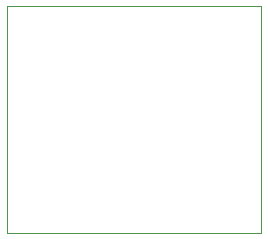
<source format=gbr>
%TF.GenerationSoftware,KiCad,Pcbnew,(5.1.10)-1*%
%TF.CreationDate,2022-01-17T16:40:02+07:00*%
%TF.ProjectId,DC5V_DC5V3V3,44433556-5f44-4433-9556-3356332e6b69,rev?*%
%TF.SameCoordinates,Original*%
%TF.FileFunction,Profile,NP*%
%FSLAX46Y46*%
G04 Gerber Fmt 4.6, Leading zero omitted, Abs format (unit mm)*
G04 Created by KiCad (PCBNEW (5.1.10)-1) date 2022-01-17 16:40:02*
%MOMM*%
%LPD*%
G01*
G04 APERTURE LIST*
%TA.AperFunction,Profile*%
%ADD10C,0.100000*%
%TD*%
G04 APERTURE END LIST*
D10*
X89250000Y-80823000D02*
X89250000Y-100000000D01*
X110750000Y-80823000D02*
X89250000Y-80823000D01*
X110750000Y-80823000D02*
X110750000Y-100000000D01*
X89250000Y-100000000D02*
X110750000Y-100000000D01*
M02*

</source>
